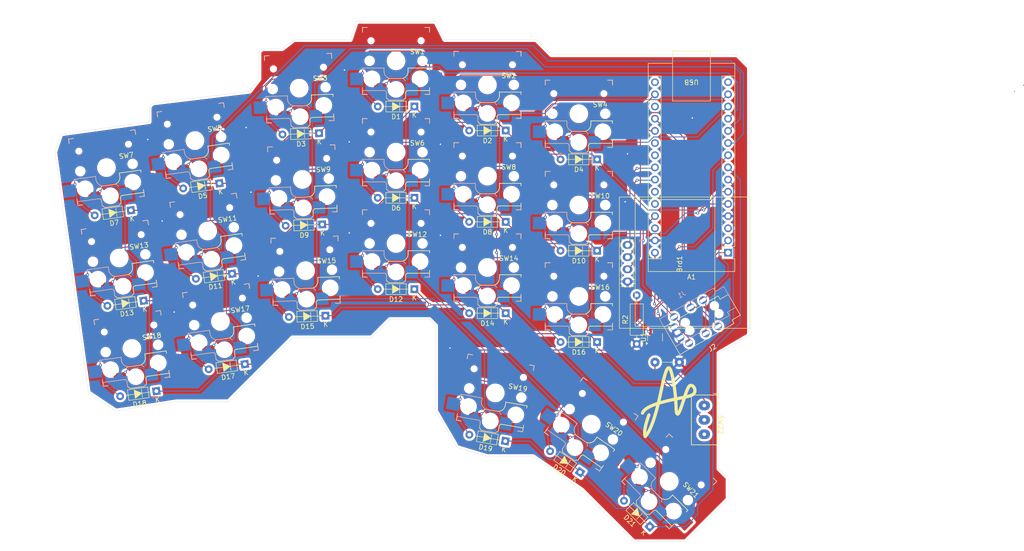
<source format=kicad_pcb>
(kicad_pcb (version 20241229) (generator "pcbnew") (generator_version "9.0")
  (layers (0 "F.Cu" signal) (2 "B.Cu" signal) (13 "F.Paste" user) (15 "B.Paste" user) (5 "F.SilkS" user "F.Silkscreen") (7 "B.SilkS" user "B.Silkscreen") (1 "F.Mask" user) (3 "B.Mask" user) (25 "Edge.Cuts" user))
  (net 0 "")
  (net 1 "TX")
  (net 4 "/Row3")
  (net 5 "/Col5")
  (net 6 "SCL")
  (net 8 "SDA")
  (net 9 "/Col1")
  (net 10 "/Col6")
  (net 12 "/Row2")
  (net 14 "/Col3")
  (net 15 "/Col2")
  (net 18 "/Col4")
  (net 19 "/Row4")
  (net 20 "+5V")
  (net 22 "/Row1")
  (net 23 "RX")
  (net 25 "VBUS")
  (net 26 "VCC")
  (net 27 "GND")
  (net 28 "Net-(D1-A)")
  (net 29 "Net-(D2-A)")
  (net 30 "Net-(D3-A)")
  (net 31 "Net-(D4-A)")
  (net 32 "Net-(D5-A)")
  (net 33 "Net-(D6-A)")
  (net 34 "Net-(D7-A)")
  (net 35 "Net-(D8-A)")
  (net 36 "Net-(D9-A)")
  (net 37 "Net-(D10-A)")
  (net 38 "Net-(D11-A)")
  (net 39 "Net-(D12-A)")
  (net 40 "Net-(D13-A)")
  (net 41 "Net-(D14-A)")
  (net 42 "Net-(D15-A)")
  (net 43 "Net-(D16-A)")
  (net 44 "Net-(D17-A)")
  (net 45 "Net-(D18-A)")
  (net 46 "Net-(D19-A)")
  (net 47 "Net-(D20-A)")
  (net 48 "Net-(D21-A)")
  (net 49 "Net-(U1-PROG)")
  (net 50 "Net-(BT1-+)")
  (net 51 "/charging")
  (net 52 "/finished")
  (net 53 "Net-(U1-BAT)")
  (footprint "PCM_SL_Devices:Slide_Switch_SPDT_P3mm_10x5x10mm" (layer "F.Cu") (at 159.5 110 -90)
    (property "Reference" "SW22")
    (property "Value" "Slide_Switch_SPDT_P3mm_10x5x10mm")
  )
  (footprint "keyswitches:Kailh_socket_PG1350_reversible" (layer "F.Cu") (at 133.349999 68.178947)
    (property "Reference" "SW10")
    (property "Value" "KS33_SW_HS")
  )
  (footprint "Package_TO_SOT_SMD:TSOT-23-6" (layer "F.Cu") (at 149.225 95.7525 90)
    (property "Reference" "U1")
    (property "Value" "TP4057")
  )
  (footprint "PCM_Diode_THT_AKL:D_DO-35_SOD27_P7.62mm_Horizontal" (layer "F.Cu") (at 137.159999 58.653947 180)
    (property "Reference" "D4")
    (property "Value" "1N4148" (hide yes))
  )
  (footprint "Resistor_THT:R_Axial_DIN0207_L6.3mm_D2.5mm_P10.16mm_Horizontal" (layer "F.Cu") (at 145.415 97.155 90)
    (property "Reference" "R2")
    (property "Value" "2.2k")
  )
  (footprint "PCM_Diode_THT_AKL:D_DO-35_SOD27_P7.62mm_Horizontal" (layer "F.Cu") (at 99.059999 66.675 180)
    (property "Reference" "D6")
    (property "Value" "1N4148" (hide yes))
  )
  (footprint "PCM_Diode_THT_AKL:D_DO-35_SOD27_P7.62mm_Horizontal" (layer "F.Cu") (at 45.290825 107.001102 -172)
    (property "Reference" "D18")
    (property "Value" "1N4148" (hide yes))
  )
  (footprint "PCM_Diode_THT_AKL:D_DO-35_SOD27_P7.62mm_Horizontal" (layer "F.Cu") (at 80.526656 91.261169 -178)
    (property "Reference" "D15")
    (property "Value" "1N4148" (hide yes))
  )
  (footprint "keyswitches:Kailh_socket_PG1350_reversible" (layer "F.Cu") (at 152.188959 125.835329 -45)
    (property "Reference" "SW21")
    (property "Value" "KS33_SW_HS")
  )
  (footprint "keyswitches:Kailh_socket_PG1350_reversible" (layer "F.Cu") (at 133.349999 49.128947)
    (property "Reference" "SW4")
    (property "Value" "KS33_SW_HS")
  )
  (footprint "PCM_Diode_THT_AKL:D_DO-35_SOD27_P7.62mm_Horizontal" (layer "F.Cu") (at 99.059999 85.725 180)
    (property "Reference" "D12")
    (property "Value" "1N4148" (hide yes))
  )
  (footprint "keyswitches:Kailh_socket_PG1350_reversible" (layer "F.Cu") (at 53.335773 54.739966 8)
    (property "Reference" "SW5")
    (property "Value" "KS33_SW_HS")
  )
  (footprint "keyswitches:Kailh_socket_PG1350_reversible" (layer "F.Cu") (at 95.249999 76.2)
    (property "Reference" "SW12")
    (property "Value" "KS33_SW_HS")
  )
  (footprint "keyswitches:Kailh_socket_PG1350_reversible" (layer "F.Cu") (at 95.249999 57.15)
    (property "Reference" "SW6")
    (property "Value" "KS33_SW_HS")
  )
  (footprint "PCM_Diode_THT_AKL:D_DO-35_SOD27_P7.62mm_Horizontal" (layer "F.Cu") (at 118.109999 52.638158 180)
    (property "Reference" "D2")
    (property "Value" "1N4148" (hide yes))
  )
  (footprint "keyswitches:Kailh_socket_PG1350_reversible" (layer "F.Cu") (at 115.931051 107.381442 -10)
    (property "Reference" "SW19")
    (property "Value" "KS33_SW_HS")
  )
  (footprint "PCM_SL_Jumpers:JUP_P5.08mm" (layer "F.Cu") (at 151.765 100.965)
    (property "Reference" "JP1" (hide yes))
    (property "Value" "JUP_P5.08mm")
  )
  (footprint "PCM_Diode_THT_AKL:D_DO-35_SOD27_P7.62mm_Horizontal" (layer "F.Cu") (at 63.736813 101.371232 -172)
    (property "Reference" "D17")
    (property "Value" "1N4148" (hide yes))
  )
  (footprint "PCM_Diode_THT_AKL:D_DO-35_SOD27_P7.62mm_Horizontal" (layer "F.Cu") (at 79.861821 72.222774 -178)
    (property "Reference" "D9")
    (property "Value" "1N4148" (hide yes))
  )
  (footprint "PCM_Diode_THT_AKL:D_DO-35_SOD27_P7.62mm_Horizontal" (layer "F.Cu") (at 137.159999 96.753947 180)
    (property "Reference" "D16")
    (property "Value" "1N4148" (hide yes))
  )
  (footprint "keyswitches:Kailh_socket_PG1350_reversible" (layer "F.Cu") (at 114.299999 81.213158)
    (property "Reference" "SW14")
    (property "Value" "KS33_SW_HS")
  )
  (footprint "Module:Arduino_Nano" (layer "F.Cu") (at 164.455 78.105 180)
    (property "Reference" "A1")
    (property "Value" "Arduino_Nano_ESP32")
  )
  (footprint "keyswitches:Kailh_socket_PG1350_reversible" (layer "F.Cu") (at 133.349999 87.228947)
    (property "Reference" "SW16")
    (property "Value" "KS33_SW_HS")
  )
  (footprint "keyswitches:Kailh_socket_PG1350_reversible" (layer "F.Cu") (at 58.638268 92.469179 8)
    (property "Reference" "SW17")
    (property "Value" "KS33_SW_HS")
  )
  (footprint "keyswitches:Kailh_socket_PG1350_reversible" (layer "F.Cu") (at 75.721725 62.836544 2)
    (property "Reference" "SW9")
    (property "Value" "KS33_SW_HS")
  )
  (footprint "keyswitches:Kailh_socket_PG1350_reversible" (layer "F.Cu") (at 135.947926 113.918581 -35)
    (property "Reference" "SW20")
    (property "Value" "KS33_SW_HS")
  )
  (footprint "keyswitches:Kailh_socket_PG1350_reversible" (layer "F.Cu") (at 40.19228 98.099049 8)
    (property "Reference" "SW18")
    (property "Value" "KS33_SW_HS")
  )
  (footprint "keyswitches:Kailh_socket_PG1350_reversible" (layer "F.Cu") (at 75.05689 43.798149 2)
    (property "Reference" "SW3")
    (property "Value" "KS33_SW_HS")
  )
  (footprint "PCM_Diode_THT_AKL:D_DO-35_SOD27_P7.62mm_Horizontal" (layer "F.Cu") (at 42.639577 88.136495 -172)
    (property "Reference" "D13")
    (property "Value" "1N4148" (hide yes))
  )
  (footprint "keyswitches:Kailh_socket_PG1350_reversible" (layer "F.Cu") (at 55.987021 73.604572 8)
    (property "Reference" "SW11")
    (property "Value" "KS33_SW_HS")
  )
  (footprint "PJ-320A_Library:PJ-320A" (layer "F.Cu") (at 166.862691 90.898624 -150)
    (property "Reference" "J2")
    (property "Value" "AudioJack4")
  )
  (footprint "PCM_Diode_THT_AKL:D_DO-35_SOD27_P7.62mm_Horizontal" (layer "F.Cu") (at 79.196986 53.184379 -178)
    (property "Reference" "D3")
    (property "Value" "1N4148" (hide yes))
  )
  (footprint "PCM_Diode_THT_AKL:D_DO-35_SOD27_P7.62mm_Horizontal" (layer "F.Cu") (at 99.059999 47.625 180)
    (property "Reference" "D1")
    (property "Value" "1N4148" (hide yes))
  )
  (footprint "SSD1306:128x64OLED" (layer "F.Cu") (at 154.1 80.5 90)
    (property "Reference" "Brd1")
    (property "Value" "SSD1306")
  )
  (footprint "PCM_Diode_THT_AKL:D_DO-35_SOD27_P7.62mm_Horizontal" (layer "F.Cu") (at 137.159999 77.703947 180)
    (property "Reference" "D10")
    (property "Value" "1N4148" (hide yes))
  )
  (footprint "PCM_Diode_THT_AKL:D_DO-35_SOD27_P7.62mm_Horizontal" (layer "F.Cu") (at 39.98833 69.271888 -172)
    (property "Reference" "D7")
    (property "Value" "1N4148" (hide yes))
  )
  (footprint "keyswitches:Kailh_socket_PG1350_reversible" (layer "F.Cu") (at 34.889785 60.369835 8)
    (property "Reference" "SW7")
    (property "Value" "KS33_SW_HS")
  )
  (footprint "keyswitches:Kailh_socket_PG1350_reversible" (layer "F.Cu") (at 114.299999 62.163158)
    (property "Reference" "SW8")
    (property "Value" "KS33_SW_HS")
  )
  (footprint "keyswitches:Kailh_socket_PG1350_reversible" (layer "F.Cu") (at 37.541032 79.234442 8)
    (property "Reference" "SW13")
    (property "Value" "KS33_SW_HS")
  )
  (footprint "PCM_Diode_THT_AKL:D_DO-35_SOD27_P7.62mm_Horizontal" (layer "F.Cu") (at 133.60558 123.90633 145)
    (property "Reference" "D20")
    (property "Value" "1N4148" (hide yes))
  )
  (footprint "PCM_Diode_THT_AKL:D_DO-35_SOD27_P7.62mm_Horizontal" (layer "F.Cu") (at 118.109999 71.688158 180)
    (property "Reference" "D8")
    (property "Value" "1N4148" (hide yes))
  )
  (footprint "PCM_Diode_THT_AKL:D_DO-35_SOD27_P7.62mm_Horizontal" (layer "F.Cu") (at 118.029169 117.423335 170)
    (property "Reference" "D19")
    (property "Value" "1N4148" (hide yes))
  )
  (footprint "PCM_Diode_THT_AKL:D_DO-35_SOD27_P7.62mm_Horizontal" (layer "F.Cu") (at 61.085566 82.506625 -172)
    (property "Reference" "D11")
    (property "Value" "1N4148" (hide yes))
  )
  (footprint "PCM_Diode_THT_AKL:D_DO-35_SOD27_P7.62mm_Horizontal" (layer "F.Cu") (at 58.434318 63.642019 -172)
    (property "Reference" "D5")
    (property "Value" "1N4148" (hide yes))
  )
  (footprint "keyswitches:Kailh_socket_PG1350_reversible" (layer "F.Cu") (at 95.249999 38.1)
    (property "Reference" "SW1")
    (property "Value" "KS33_SW_HS")
  )
  (footprint "keyswitches:Kailh_socket_PG1350_reversible" (layer "F.Cu") (at 114.299999 43.113158)
    (property "Reference" "SW2")
    (property "Value" "KS33_SW_HS")
  )
  (footprint "PCM_Diode_THT_AKL:D_DO-35_SOD27_P7.62mm_Horizontal" (layer "F.Cu") (at 148.147844 135.264597 135)
    (property "Reference" "D21")
    (property "Value" "1N4148" (hide yes))
  )
  (footprint "PCM_Diode_THT_AKL:D_DO-35_SOD27_P7.62mm_Horizontal" (layer "F.Cu") (at 118.109999 90.738158 180)
    (property "Reference" "D14")
    (property "Value" "1N4148" (hide yes))
  )
  (footprint "keyswitches:Kailh_socket_PG1350_reversible" (layer "F.Cu") (at 76.38656 81.874939 2)
    (property "Reference" "SW15")
    (property "Value" "KS33_SW_HS")
  )
  (footprint "PJ-320A_Library:PJ-320A" (layer "B.Cu") (at 163.710191 85.438334 -150)
    (property "Reference" "J1")
    (property "Value" "AudioJack4")
  )
  (gr_curve (pts (xy 224.155 44.45) (xy 224.155 44.45) (xy 224.155 44.45) (xy 224.155 44.45)) (stroke (width 0.2)) (layer "F.Cu"))
  (gr_curve (pts (xy 226.06 43.18) (xy 226.06 43.18) (xy 226.06 43.18) (xy 226.06 43.18)) (stroke (width 0.2)) (layer "F.Cu"))
  (gr_curve (pts (xy 149.597533 110.811734) (xy 150.833666 106.324372) (xy 151.731132 98.535038) (xy 152.865666 104.004505)) (stroke (width 0.677333) (color 153 153 153 1)) (layer "F.SilkS"))
  (gr_curve (pts (xy 152.865666 104.004505) (xy 154.000199 109.474) (xy 153.339799 111.793867) (xy 153.949399 111.76)) (stroke (width 0.677333) (color 153 153 153 1)) (layer "F.SilkS"))
  (gr_curve (pts (xy 153.949399 111.76) (xy 154.559 111.726133) (xy 155.659667 106.476772) (xy 156.421666 105.901039)) (stroke (width 0.677333) (color 153 153 153 1)) (layer "F.SilkS"))
  (gr_curve (pts (xy 147.954999 111.963202) (xy 147.1422 114.187111) (xy 146.888199 115.682888) (xy 147.192999 116.450532)) (stroke (width 0.677333) (color 153 153 153 1)) (layer "F.SilkS"))
  (gr_curve (pts (xy 156.421666 105.901039) (xy 157.183666 105.325305) (xy 158.301267 107.221839) (xy 156.845 107.865305)) (stroke (width 0.677333) (color 153 153 153 1)) (layer "F.SilkS"))
  (gr_curve (pts (xy 156.845 107.865305) (xy 155.388732 108.508773) (xy 147.514733 109.2708) (xy 146.617266 111.573733)) (stroke (width 0.677333) (color 153 153 153 1)) (layer "F.SilkS"))
  (gr_curve (pts (xy 147.192999 116.450532) (xy 147.971932 115.682888) (xy 148.773444 113.803289) (xy 149.597533 110.811734)) (stroke (width 0.677333) (color 153 153 153 1)) (layer "F.SilkS"))
  (gr_line (start 49.53 109.22) (end 36.83 111.125) (stroke (width 0.05)) (layer "Edge.Cuts"))
  (gr_line (start 144.78 138.43) (end 133.985 127.635) (stroke (width 0.05)) (layer "Edge.Cuts"))
  (gr_line (start 86.995 29.845) (end 103.505 29.845) (stroke (width 0.05)) (layer "Edge.Cuts"))
  (gr_line (start 162.56 123.19) (end 162.56 99.06) (stroke (width 0.05)) (layer "Edge.Cuts"))
  (gr_line (start 43.815 50.8) (end 43.815 47.625) (stroke (width 0.05)) (layer "Edge.Cuts"))
  (gr_line (start 164.465 125.095) (end 162.56 123.19) (stroke (width 0.05)) (layer "Edge.Cuts"))
  (gr_line (start 103.505 93.345) (end 102.235 92.075) (stroke (width 0.05)) (layer "Edge.Cuts"))
  (gr_line (start 25.4 53.34) (end 43.815 50.8) (stroke (width 0.05)) (layer "Edge.Cuts"))
  (gr_line (start 164.465 129.54) (end 164.465 125.095) (stroke (width 0.05)) (layer "Edge.Cuts"))
  (gr_line (start 24.13 57.15) (end 25.4 53.34) (stroke (width 0.05)) (layer "Edge.Cuts"))
  (gr_line (start 105.41 33.655) (end 124.46 33.655) (stroke (width 0.05)) (layer "Edge.Cuts"))
  (gr_line (start 67.31 35.56) (end 71.516834 35.56) (stroke (width 0.05)) (layer "Edge.Cuts"))
  (gr_line (start 90.17 95.885) (end 73.66 95.885) (stroke (width 0.05)) (layer "Edge.Cuts"))
  (gr_line (start 85.725 33.655) (end 86.995 29.845) (stroke (width 0.05)) (layer "Edge.Cuts"))
  (gr_line (start 168.91 39.37) (end 168.91 95.352526) (stroke (width 0.05)) (layer "Edge.Cuts"))
  (gr_line (start 124.46 33.655) (end 127.635 36.83) (stroke (width 0.05)) (layer "Edge.Cuts"))
  (gr_line (start 49.53 109.22) (end 60.325 109.22) (stroke (width 0.05)) (layer "Edge.Cuts"))
  (gr_line (start 66.675 41.91) (end 66.675 36.195) (stroke (width 0.05)) (layer "Edge.Cuts"))
  (gr_line (start 103.505 111.125) (end 103.505 93.345) (stroke (width 0.05)) (layer "Edge.Cuts"))
  (gr_line (start 147.955 138.43) (end 144.78 138.43) (stroke (width 0.05)) (layer "Edge.Cuts"))
  (gr_line (start 155.575 138.43) (end 147.955 138.43) (stroke (width 0.05)) (layer "Edge.Cuts"))
  (gr_line (start 133.985 127.635) (end 123.825 120.65) (stroke (width 0.05)) (layer "Edge.Cuts"))
  (gr_line (start 107.95 118.745) (end 103.505 111.125) (stroke (width 0.05)) (layer "Edge.Cuts"))
  (gr_line (start 166.37 36.83) (end 168.91 39.37) (stroke (width 0.05)) (layer "Edge.Cuts"))
  (gr_line (start 114.3 120.65) (end 107.95 118.745) (stroke (width 0.05)) (layer "Edge.Cuts"))
  (gr_line (start 162.56 99.06) (end 168.91 95.352526) (stroke (width 0.05)) (layer "Edge.Cuts"))
  (gr_line (start 43.815 47.625) (end 44.45 46.912893) (stroke (width 0.05)) (layer "Edge.Cuts"))
  (gr_line (start 66.675 36.195) (end 67.31 35.56) (stroke (width 0.05)) (layer "Edge.Cuts"))
  (gr_line (start 102.235 92.075) (end 93.98 92.075) (stroke (width 0.05)) (layer "Edge.Cuts"))
  (gr_line (start 73.66 95.885) (end 60.325 109.22) (stroke (width 0.05)) (layer "Edge.Cuts"))
  (gr_line (start 123.825 120.65) (end 114.3 120.65) (stroke (width 0.05)) (layer "Edge.Cuts"))
  (gr_line (start 164.465 129.54) (end 155.575 138.43) (stroke (width 0.05)) (layer "Edge.Cuts"))
  (gr_line (start 36.83 111.125) (end 31.115 107.315) (stroke (width 0.05)) (layer "Edge.Cuts"))
  (gr_line (start 103.505 29.845) (end 105.41 33.655) (stroke (width 0.05)) (layer "Edge.Cuts"))
  (gr_line (start 71.516834 35.56) (end 73.9775 33.655) (stroke (width 0.05)) (layer "Edge.Cuts"))
  (gr_line (start 31.115 107.315) (end 24.13 57.15) (stroke (width 0.05)) (layer "Edge.Cuts"))
  (gr_line (start 93.98 92.075) (end 90.17 95.885) (stroke (width 0.05)) (layer "Edge.Cuts"))
  (gr_line (start 166.37 36.83) (end 127.635 36.83) (stroke (width 0.05)) (layer "Edge.Cuts"))
  (gr_line (start 64.732647 44.45) (end 66.675 41.91) (stroke (width 0.05)) (layer "Edge.Cuts"))
  (gr_line (start 73.9775 33.655) (end 85.725 33.655) (stroke (width 0.05)) (layer "Edge.Cuts"))
  (gr_line (start 64.732647 44.45) (end 44.45 46.912893) (stroke (width 0.05)) (layer "Edge.Cuts"))
  (segment (start 162.3688 78.105) (end 156.652084 83.821716) (width 0.2) (layer "F.Cu") (net 1))
  (segment (start 164.455 78.105) (end 162.3688 78.105) (width 0.2) (layer "F.Cu") (net 1))
  (segment (start 156.652084 83.821716) (end 156.652084 89.513334) (width 0.2) (layer "F.Cu") (net 1))
  (segment (start 156.652084 89.513334) (end 158.44237 89.513334) (width 0.2) (layer "F.Cu") (net 1))
  (segment (start 158.44237 89.513334) (end 162.40266 93.473624) (width 0.2) (layer "F.Cu") (net 1))
  (segment (start 135.435999 95.029947) (end 137.159999 96.753947) (width 0.2) (layer "F.Cu") (net 4))
  (segment (start 116.385999 89.014158) (end 118.109999 90.738158) (width 0.2) (layer "F.Cu") (net 4))
  (segment (start 102.349157 89.014158) (end 116.385999 89.014158) (width 0.2) (layer "F.Cu") (net 4))
  (segment (start 99.059999 85.725) (end 102.349157 89.014158) (width 0.2) (layer "F.Cu") (net 4))
  (segment (start 122.401788 95.029947) (end 135.435999 95.029947) (width 0.2) (layer "F.Cu") (net 4))
  (segment (start 64.998768 101.371232) (end 75.108831 91.261169) (width 0.2) (layer "F.Cu") (net 4))
  (segment (start 63.736813 101.371232) (end 64.998768 101.371232) (width 0.2) (layer "F.Cu") (net 4))
  (segment (start 118.109999 90.738158) (end 122.401788 95.029947) (width 0.2) (layer "F.Cu") (net 4))
  (segment (start 75.108831 91.261169) (end 80.526656 91.261169) (width 0.2) (layer "F.Cu") (net 4))
  (via (at 102.235 88.9) (size 0.6) (drill 0.3) (layers "F.Cu" "B.Cu") (net 4))
  (segment (start 101.6 89.535) (end 102.235 88.9) (width 0.2) (layer "B.Cu") (net 4))
  (segment (start 82.093831 91.261169) (end 83.82 89.535) (width 0.2) (layer "B.Cu") (net 4))
  (segment (start 153.035 105.41) (end 144.78 105.41) (width 0.2) (layer "B.Cu") (net 4))
  (segment (start 83.82 89.535) (end 101.6 89.535) (width 0.2) (layer "B.Cu") (net 4))
  (segment (start 137.159999 97.789999) (end 137.159999 96.753947) (width 0.2) (layer "B.Cu") (net 4))
  (segment (start 165.556 63.966) (end 165.556 92.889) (width 0.2) (layer "B.Cu") (net 4))
  (segment (start 144.78 105.41) (end 137.159999 97.789999) (width 0.2) (layer "B.Cu") (net 4))
  (segment (start 80.526656 91.261169) (end 82.093831 91.261169) (width 0.2) (layer "B.Cu") (net 4))
  (segment (start 164.455 62.865) (end 165.556 63.966) (width 0.2) (layer "B.Cu") (net 4))
  (segment (start 45.290825 107.001102) (end 54.288898 107.001102) (width 0.2) (layer "B.Cu") (net 4))
  (segment (start 54.288898 107.001102) (end 59.918768 101.371232) (width 0.2) (layer "B.Cu") (net 4))
  (segment (start 59.918768 101.371232) (end 63.736813 101.371232) (width 0.2) (layer "B.Cu") (net 4))
  (segment (start 165.556 92.889) (end 153.035 105.41) (width 0.2) (layer "B.Cu") (net 4))
  (segment (start 116.205 74.295) (end 116.205 78.105) (width 0.2) (layer "F.Cu") (net 5))
  (via (at 112.249789 85.951717) (size 0.6) (drill 0.3) (layers "F.Cu" "B.Cu") (net 5))
  (via (at 112.249789 47.851717) (size 0.6) (drill 0.3) (layers "F.Cu" "B.Cu") (net 5))
  (via (at 116.205 78.105) (size 0.6) (drill 0.3) (layers "F.Cu" "B.Cu") (net 5))
  (via (at 112.249789 66.901717) (size 0.6) (drill 0.3) (layers "F.Cu" "B.Cu") (net 5))
  (via (at 116.205 74.295) (size 0.6) (drill 0.3) (layers "F.Cu" "B.Cu") (net 5))
  (via (at 147.388574 127.736279) (size 0.6) (drill 0.3) (layers "F.Cu" "B.Cu") (net 5))
  (segment (start 117.574999 87.163158) (end 115.723999 85.312158) (width 0.2) (layer "B.Cu") (net 5))
  (segment (start 112.889348 85.312158) (end 112.249789 85.951717) (width 0.2) (layer "B.Cu") (net 5))
  (segment (start 126.216045 49.063158) (end 129.093203 46.186) (width 0.2) (layer "B.Cu") (net 5))
  (segment (start 116.84 49.798157) (end 116.84 67.378159) (width 0.2) (layer "B.Cu") (net 5))
  (segment (start 115.723999 66.262158) (end 112.889348 66.262158) (width 0.2) (layer "B.Cu") (net 5))
  (segment (start 117.574999 49.063158) (end 115.723999 47.212158) (width 0.2) (layer "B.Cu") (net 5))
  (segment (start 129.093203 46.186) (end 163.354 46.186) (width 0.2) (layer "B.Cu") (net 5))
  (segment (start 116.365499 84.670658) (end 115.723999 85.312158) (width 0.2) (layer "B.Cu") (net 5))
  (segment (start 116.365499 78.265499) (end 116.205 78.105) (width 0.2) (layer "B.Cu") (net 5))
  (segment (start 117.574999 68.113158) (end 115.723999 66.262158) (width 0.2) (layer "B.Cu") (net 5))
  (segment (start 150.123459 132.1844) (end 150.297448 132.358389) (width 0.2) (layer "B.Cu") (net 5))
  (segment (start 116.84 67.378159) (end 117.574999 68.113158) (width 0.2) (layer "B.Cu") (net 5))
  (segment (start 116.365499 84.670658) (end 116.365499 78.265499) (width 0.2) (layer "B.Cu") (net 5))
  (segment (start 115.723999 47.212158) (end 112.889348 47.212158) (width 0.2) (layer "B.Cu") (net 5))
  (segment (start 116.205 69.483157) (end 116.205 74.295) (width 0.2) (layer "B.Cu") (net 5))
  (segment (start 150.297448 132.358389) (end 150.297448 129.74068) (width 0.2) (layer "B.Cu") (net 5))
  (segment (start 150.297448 129.74068) (end 148.293047 127.736279) (width 0.2) (layer "B.Cu") (net 5))
  (segment (start 148.293047 127.736279) (end 147.388574 127.736279) (width 0.2) (layer "B.Cu") (net 5))
  (segment (start 112.889348 66.262158) (end 112.249789 66.901717) (width 0.2) (layer "B.Cu") (net 5))
  (segment (start 117.574999 87.163158) (end 150.123459 119.711618) (width 0.2) (layer "B.Cu") (net 5))
  (segment (start 117.574999 49.063158) (end 126.216045 49.063158) (width 0.2) (layer "B.Cu") (net 5))
  (segment (start 150.123459 119.711618) (end 150.123459 132.1844) (width 0.2) (layer "B.Cu") (net 5))
  (segment (start 117.574999 68.113158) (end 116.205 69.483157) (width 0.2) (layer "B.Cu") (net 5))
  (segment (start 112.889348 47.212158) (end 112.249789 47.851717) (width 0.2) (layer "B.Cu") (net 5))
  (segment (start 163.354 46.186) (end 164.455 45.085) (width 0.2) (layer "B.Cu") (net 5))
  (segment (start 117.574999 49.063158) (end 116.84 49.798157) (width 0.2) (layer "B.Cu") (net 5))
  (segment (start 115.723999 85.312158) (end 112.889348 85.312158) (width 0.2) (layer "B.Cu") (net 5))
  (segment (start 145 77.54) (end 145 65) (width 0.2) (layer "F.Cu") (net 6))
  (segment (start 145 63.5) (end 145.5 63) (width 0.2) (layer "F.Cu") (net 6))
  (segment (start 143.5 79.04) (end 145 77.54) (width 0.2) (layer "F.Cu") (net 6))
  (segment (start 145 65) (end 145 63.5) (width 0.2) (layer "F.Cu") (net 6))
  (via (at 145.5 63) (size 0.6) (drill 0.3) (layers "F.Cu" "B.Cu") (net 6))
  (segment (start 145.5 63) (end 149.08 63) (width 0.2) (layer "B.Cu") (net 6))
  (segment (start 149.08 63) (end 149.215 62.865) (width 0.2) (layer "B.Cu") (net 6))
  (segment (start 144 76) (end 144 67) (width 0.2) (layer "F.Cu") (net 8))
  (segment (start 144 67) (end 144 66.5) (width 0.2) (layer "F.Cu") (net 8))
  (segment (start 143.5 76.5) (end 144 76) (width 0.2) (layer "F.Cu") (net 8))
  (segment (start 144 62) (end 145.5 60.5) (width 0.2) (layer "F.Cu") (net 8))
  (segment (start 144 67) (end 144 62) (width 0.2) (layer "F.Cu") (net 8))
  (via (at 145.5 60.5) (size 0.6) (drill 0.3) (layers "F.Cu" "B.Cu") (net 8))
  (segment (start 149.04 60.5) (end 149.215 60.325) (width 0.2) (layer "B.Cu") (net 8))
  (segment (start 145.5 60.5) (end 149.04 60.5) (width 0.2) (layer "B.Cu") (net 8))
  (segment (start 153.67 77.504601) (end 153.67 78.105) (width 0.2) (layer "F.Cu") (net 9))
  (segment (start 140.335 98.425) (end 111.76 98.425) (width 0.2) (layer "F.Cu") (net 9))
  (segment (start 154.305 76.869601) (end 153.67 77.504601) (width 0.2) (layer "F.Cu") (net 9))
  (segment (start 89.535 94.615) (end 73.66 94.615) (width 0.2) (layer "F.Cu") (net 9))
  (segment (start 93.345 90.805) (end 89.535 94.615) (width 0.2) (layer "F.Cu") (net 9))
  (segment (start 111.76 98.425) (end 104.14 90.805) (width 0.2) (layer "F.Cu") (net 9))
  (segment (start 41.535951 108.205655) (end 37.777232 104.446936) (width 0.2) (layer "F.Cu") (net 9))
  (segment (start 60.069345 108.205655) (end 41.535951 108.205655) (width 0.2) (layer "F.Cu") (net 9))
  (segment (start 153.67 78.105) (end 151.247 80.528) (width 0.2) (layer "F.Cu") (net 9))
  (segment (start 151.247 80.528) (end 151.247 87.513) (width 0.2) (layer "F.Cu") (net 9))
  (segment (start 73.66 94.615) (end 60.069345 108.205655) (width 0.2) (layer "F.Cu") (net 9))
  (segment (start 104.14 90.805) (end 93.345 90.805) (width 0.2) (layer "F.Cu") (net 9))
  (segment (start 151.247 87.513) (end 140.335 98.425) (width 0.2) (layer "F.Cu") (net 9))
  (via (at 36.170254 84.21222) (size 0.6) (drill 0.3) (layers "F.Cu" "B.Cu") (net 9))
  (via (at 33.519007 65.347613) (size 0.6) (drill 0.3) (layers "F.Cu" "B.Cu") (net 9))
  (via (at 38.821502 103.076827) (size 0.6) (drill 0.3) (layers "F.Cu" "B.Cu") (net 9))
  (via (at 154.305 76.869601) (size 0.6) (drill 0.3) (layers "F.Cu" "B.Cu") (net 9))
  (segment (start 39.365828 102.354482) (end 38.821502 103.076827) (width 0.2) (layer "B.Cu") (net 9))
  (segment (start 43.814519 100.34998) (end 43.814519 103.086383) (width 0.2) (layer "B.Cu") (net 9))
  (segment (start 38.960993 65.806138) (end 38.783777 65.983354) (width 0.2) (layer "B.Cu") (net 9))
  (segment (start 41.163271 79.898271) (end 41.163271 84.221776) (width 0.2) (layer "B.Cu") (net 9))
  (segment (start 38.783777 77.518777) (end 41.163271 79.898271) (width 0.2) (layer "B.Cu") (net 9))
  (segment (start 34.063333 64.625268) (end 33.519007 65.347613) (width 0.2) (layer "B.Cu") (net 9))
  (segment (start 43.84413 100.320369) (end 43.814519 100.34998) (width 0.2) (layer "B.Cu") (net 9))
  (segment (start 38.783777 65.983354) (end 38.783777 77.518777) (width 0.2) (layer "B.Cu") (net 9))
  (segment (start 41.61224 84.670745) (end 43.84413 86.902635) (width 0.2) (layer "B.Cu") (net 9))
  (segment (start 41.61224 84.670745) (end 39.521644 83.095368) (width 0.2) (layer "B.Cu") (net 9))
  (segment (start 43.814519 103.086383) (end 44.263488 103.535352) (width 0.2) (layer "B.Cu") (net 9))
  (segment (start 36.71458 83.489875) (end 36.170254 84.21222) (width 0.2) (layer "B.Cu") (net 9))
  (segment (start 36.870397 64.230761) (end 34.063333 64.625268) (width 0.2) (layer "B.Cu") (net 9))
  (segment (start 44.263488 103.535352) (end 42.172892 101.959975) (width 0.2) (layer "B.Cu") (net 9))
  (segment (start 157.445399 76.869601) (end 161.29 73.025) (width 0.2) (layer "B.Cu") (net 9))
  (segment (start 41.163271 84.221776) (end 41.61224 84.670745) (width 0.2) (layer "B.Cu") (net 9))
  (segment (start 154.305 76.869601) (end 157.445399 76.869601) (width 0.2) (layer "B.Cu") (net 9))
  (segment (start 161.29 60.95) (end 164.455 57.785) (width 0.2) (layer "B.Cu") (net 9))
  (segment (start 161.29 73.025) (end 161.29 60.95) (width 0.2) (layer "B.Cu") (net 9))
  (segment (start 42.172892 101.959975) (end 39.365828 102.354482) (width 0.2) (layer "B.Cu") (net 9))
  (segment (start 43.84413 86.902635) (end 43.84413 100.320369) (width 0.2) (layer "B.Cu") (net 9))
  (segment (start 39.521644 83.095368) (end 36.71458 83.489875) (width 0.2) (layer "B.Cu") (net 9))
  (segment (start 38.960993 65.806138) (end 36.870397 64.230761) (width 0.2) (layer "B.Cu") (net 9))
  (via (at 131.299789 91.967506) (size 0.6) (drill 0.3) (layers "F.Cu" "B.Cu") (net 10))
  (via (at 131.299789 53.867506) (size 0.6) (drill 0.3) (layers "F.Cu" "B.Cu") (net 10))
  (via (at 131.299789 72.917506) (size 0.6) (drill 0.3) (layers "F.Cu" "B.Cu") (net 10))
  (segment (start 136.624999 55.078947) (end 147.824003 55.078947) (width 0.2) (layer "B.Cu") (net 10))
  (segment (start 136.058999 92.612947) (end 136.624999 93.178947) (width 0.2) (layer "B.Cu") (net 10))
  (segment (start 148.92795 53.975) (end 158.105 53.975) (width 0.2) (layer "B.Cu") (net 10))
  (segment (start 136.058999 74.694947) (end 136.058999 92.612947) (width 0.2) (layer "B.Cu") (net 10))
  (segment (start 136.624999 93.178947) (end 134.773999 91.327947) (width 0.2) (layer "B.Cu") (net 10))
  (segment (start 136.058999 73.562947) (end 136.624999 74.128947) (width 0.2) (layer "B.Cu") (net 10))
  (segment (start 136.624999 55.078947) (end 134.773999 53.227947) (width 0.2) (layer "B.Cu") (net 10))
  (segment (start 136.624999 74.128947) (end 136.058999 74.694947) (width 0.2) (layer "B.Cu") (net 10))
  (segment (start 136.058999 55.644947) (end 136.058999 73.562947) (width 0.2) (layer "B.Cu") (net 10))
  (segment (start 134.773999 72.277947) (end 131.939348 72.277947) (width 0.2) (layer "B.Cu") (net 10))
  (segment (start 131.939348 53.227947) (end 131.299789 53.867506) (width 0.2) (layer "B.Cu") (net 10))
  (segment (start 136.624999 55.078947) (end 136.058999 55.644947) (width 0.2) (layer "B.Cu") (net 10))
  (segment (start 158.105 53.975) (end 164.455 47.625) (width 0.2) (layer "B.Cu") (net 10))
  (segment (start 134.773999 91.327947) (end 131.939348 91.327947) (width 0.2) (layer "B.Cu") (net 10))
  (segment (start 147.824003 55.078947) (end 148.92795 53.975) (width 0.2) (layer "B.Cu") (net 10))
  (segment (start 136.624999 74.128947) (end 134.773999 72.277947) (width 0.2) (layer "B.Cu") (net 10))
  (segment (start 131.939348 91.327947) (end 131.299789 91.967506) (width 0.2) (layer "B.Cu") (net 10))
  (segment (start 134.773999 53.227947) (end 131.939348 53.227947) (width 0.2) (layer "B.Cu") (net 10))
  (segment (start 131.939348 72.277947) (end 131.299789 72.917506) (width 0.2) (layer "B.Cu") (net 10))
  (segment (start 158.784 69.181) (end 158.784 68.966057) (width 0.2) (layer "F.Cu") (net 12))
  (segment (start 162.56 65.405) (end 164.455 65.405) (width 0.2) (layer "F.Cu") (net 12))
  (segment (start 99.059999 66.675) (end 102.349157 69.964158) (width 0.2) (layer "F.Cu") (net 12))
  (segment (start 74.069447 72.222774) (end 79.861821 72.222774) (width 0.2) (layer "F.Cu") (net 12))
  (segment (start 92.997049 66.675) (end 99.059999 66.675) (width 0.2) (layer "F.Cu") (net 12))
  (segment (start 87.449275 72.222774) (end 92.997049 66.675) (width 0.2) (layer "F.Cu") (net 12))
  (segment (start 56.558375 82.506625) (end 61.085566 82.506625) (width 0.2) (layer "F.Cu") (net 12))
  (segment (start 135.656052 76.2) (end 137.159999 77.703947) (width 0.2) (layer "F.Cu") (net 12))
  (segment (start 118.109999 71.688158) (end 122.621841 76.2) (width 0.2) (layer "F.Cu") (net 12))
  (segment (start 122.621841 76.2) (end 135.656052 76.2) (width 0.2) (layer "F.Cu") (net 12))
  (segment (start 159.136057 68.614) (end 159.351 68.614) (width 0.2) (layer "F.Cu") (net 12))
  (segment (start 50.928505 88.136495) (end 56.558375 82.506625) (width 0.2) (layer "F.Cu") (net 12))
  (segment (start 158.784 68.966057) (end 159.136057 68.614) (width 0.2) (layer "F.Cu") (net 12))
  (segment (start 158.115 69.85) (end 158.784 69.181) (width 0.2) (layer "F.Cu") (net 12))
  (segment (start 159.351 68.614) (end 162.56 65.405) (width 0.2) (layer "F.Cu") (net 12))
  (segment (start 102.349157 69.964158) (end 116.385999 69.964158) (width 0.2) (layer "F.Cu") (net 12))
  (segment (start 79.861821 72.222774) (end 87.449275 72.222774) (width 0.2) (layer "F.Cu") (net 12))
  (segment (start 61.085566 82.506625) (end 63.785596 82.506625) (width 0.2) (layer "F.Cu") (net 12))
  (segment (start 63.785596 82.506625) (end 74.069447 72.222774) (width 0.2) (layer "F.Cu") (net 12))
  (segment (start 116.385999 69.964158) (end 118.109999 71.688158) (width 0.2) (layer "F.Cu") (net 12))
  (segment (start 42.639577 88.136495) (end 50.928505 88.136495) (width 0.2) (layer "F.Cu") (net 12))
  (via (at 158.115 69.85) (size 0.6) (drill 0.3) (layers "F.Cu" "B.Cu") (net 12))
  (segment (start 155.575 69.85) (end 151.299 74.126) (width 0.2) (layer "B.Cu") (net 12))
  (segment (start 158.115 69.85) (end 155.575 69.85) (width 0.2) (layer "B.Cu") (net 12))
  (segment (start 151.299 74.126) (end 140.737946 74.126) (width 0.2) (layer "B.Cu") (net 12))
  (segment (start 140.737946 74.126) (end 137.159999 77.703947) (width 0.2) (layer "B.Cu") (net 12))
  (via (at 73.838137 67.643768) (size 0.6) (drill 0.3) (layers "F.Cu" "B.Cu") (net 14))
  (via (at 113.089146 111.691996) (size 0.6) (drill 0.3) (layers "F.Cu" "B.Cu") (net 14))
  (via (at 73.173302 48.605373) (size 0.6) (drill 0.3) (layers "F.Cu" "B.Cu") (net 14))
  (via (at 74.502972 86.682163) (size 0.6) (drill 0.3) (layers "F.Cu" "B.Cu") (net 14))
  (segment (start 77.287911 66.88335) (end 74.454986 66.982278) (width 0.2) (layer "B.Cu") (net 14))
  (segment (start 76.623076 47.844955) (end 73.790151 47.943883) (width 0.2) (layer "B.Cu") (net 14))
  (segment (start 85.725 35.56) (end 122.555 35.56) (width 0.2) (layer "B.Cu") (net 14))
  (segment (start 79.867217 87.707019) (end 77.952746 85.921745) (width 0.2) (layer "B.Cu") (net 14))
  (segment (start 78.333717 49.426399) (end 78.333717 42.951283) (width 0.2) (layer "B.Cu") (net 14))
  (segment (start 122.555 35.56) (end 126.365 39.37) (width 0.2) (layer "B.Cu") (net 14))
  (segment (start 78.537547 49.630229) (end 78.333717 49.426399) (width 0.2) (layer "B.Cu") (net 14))
  (segment (start 78.333717 42.951283) (end 85.725 35.56) (width 0.2) (layer "B.Cu") (net 14))
  (segment (start 79.867217 87.707019) (end 102.947019 87.707019) (width 0.2) (layer "B.Cu") (net 14))
  (segment (start 167.005 40.64) (end 167.005 50.155) (width 0.2) (layer "B.Cu") (net 14))
  (segment (start 118.12309 113.809746) (end 116.621633 111.665444) (width 0.2) (layer "B.Cu") (net 14))
  (segment (start 74.454986 66.982278) (end 73.838137 67.643768) (width 0.2) (layer "B.Cu") (net 14))
  (segment (start 165.735 39.37) (end 167.005 40.64) (width 0.2) (layer "B.Cu") (net 14))
  (segment (start 114.935 111.368045) (end 113.830047 111.173212) (width 0.2) (layer "B.Cu") (net 14))
  (segment (start 77.787225 50.380551) (end 77.787225 66.384036) (width 0.2) (layer "B.Cu") (net 14))
  (segment (start 78.733389 69.137617) (end 78.733389 85.141102) (width 0.2) (layer "B.Cu") (net 14))
  (segment (start 77.787225 66.384036) (end 77.287911 66.88335) (width 0.2) (layer "B.Cu") (net 14))
  (segment (start 78.537547 49.630229) (end 77.787225 50.380551) (width 0.2) (layer "B.Cu") (net 14))
  (segment (start 116.621633 111.665444) (end 114.935 111.368045) (width 0.2) (layer "B.Cu") (net 14))
  (segment (start 126.365 39.37) (end 165.735 39.37) (width 0.2) (layer "B.Cu") (net 14))
  (segment (start 77.952746 85.921745) (end 75.119821 86.020673) (width 0.2) (layer "B.Cu") (net 14))
  (segment (start 102.947019 87.707019) (end 113.665 98.425) (width 0.2) (layer "B.Cu") (net 14))
  (segment (start 73.790151 47.943883) (end 73.173302 48.605373) (width 0.2) (layer "B.Cu") (net 14))
  (segment (start 79.202382 68.668624) (end 78.733389 69.137617) (width 0.2) (layer "B.Cu") (net 14))
  (segment (start 75.119821 86.020673) (end 74.502972 86.682163) (width 0.2) (layer "B.Cu") (net 14))
  (segment (start 78.537547 49.630229) (end 76.623076 47.844955) (width 0.2) (layer "B.Cu") (net 14))
  (segment (start 113.665 98.425) (end 113.665 110.098045) (width 0.2) (layer "B.Cu") (net 14))
  (segment (start 79.202382 68.668624) (end 77.287911 66.88335) (width 0.2) (layer "B.Cu") (net 14))
  (segment (start 113.830047 111.173212) (end 113.089146 111.691996) (width 0.2) (layer "B.Cu") (net 14))
  (segment (start 113.665 110.098045) (end 114.935 111.368045) (width 0.2) (layer "B.Cu") (net 14))
  (segment (start 167.005 50.155) (end 164.455 52.705) (width 0.2) (layer "B.Cu") (net 14))
  (segment (start 78.733389 85.141102) (end 77.952746 85.921745) (width 0.2) (layer "B.Cu") (net 14))
  (via (at 51.964995 59.717744) (size 0.6) (drill 0.3) (layers "F.Cu" "B.Cu") (net 15))
  (via (at 54.616243 78.58235) (size 0.6) (drill 0.3) (layers "F.Cu" "B.Cu") (net 15))
  (via (at 57.26749 97.446957) (size 0.6) (drill 0.3) (layers "F.Cu" "B.Cu") (net 15))
  (segment (start 123.825 34.925) (end 127 38.1) (width 0.2) (layer "B.Cu") (net 15))
  (segment (start 52.509321 58.995399) (end 51.964995 59.717744) (width 0.2) (layer "B.Cu") (net 15))
  (segment (start 167.64 53.34) (end 165.735 55.245) (width 0.2) (layer "B.Cu") (net 15))
  (segment (start 56.958012 59.7273) (end 56.958012 54.099006) (width 0.2) (layer "B.Cu") (net 15))
  (segment (start 62.260507 93.17036) (end 62.260507 97.456513) (width 0.2) (layer "B.Cu") (net 15))
  (segment (start 59.881013 90.790866) (end 62.260507 93.17036) (width 0.2) (layer "B.Cu") (net 15))
  (segment (start 60.058229 79.040875) (end 59.881013 79.218091) (width 0.2) (layer "B.Cu") (net 15))
  (segment (start 60.058229 79.040875) (end 57.967633 77.465498) (width 0.2) (layer "B.Cu") (net 15))
  (segment (start 56.958012 54.099006) (end 76.132018 34.925) (width 0.2) (layer "B.Cu") (net 15))
  (segment (start 57.406981 60.176269) (end 56.515 61.06825) (width 0.2) (layer "B.Cu") (net 15))
  (segment (start 62.260507 97.456513) (end 62.709476 97.905482) (width 0.2) (layer "B.Cu") (net 15))
  (segment (start 62.709476 97.905482) (end 60.61888 96.330105) (width 0.2) (layer "B.Cu") (net 15))
  (segment (start 167.64 40.64) (end 167.64 53.34) (width 0.2) (layer "B.Cu") (net 15))
  (segment (start 165.735 55.245) (end 164.455 55.245) (width 0.2) (layer "B.Cu") (net 15))
  (segment (start 57.811816 96.724612) (end 57.26749 97.446957) (width 0.2) (layer "B.Cu") (net 15))
  (segment (start 76.132018 34.925) (end 123.825 34.925) (width 0.2) (layer "B.Cu") (net 15))
  (segment (start 60.61888 96.330105) (end 57.811816 96.724612) (width 0.2) (layer "B.Cu") (net 15))
  (segment (start 165.1 38.1) (end 167.64 40.64) (width 0.2) (layer "B.Cu") (net 15))
  (segment (start 59.60926 74.305753) (end 59.60926 78.591906) (width 0.2) (layer "B.Cu") (net 15))
  (segment (start 55.160569 77.860005) (end 54.616243 78.58235) (width 0.2) (layer "B.Cu") (net 15))
  (segment (start 55.316385 58.600892) (end 52.509321 58.995399) (width 0.2) (layer "B.Cu") (net 15))
  (segment (start 56.515 71.211493) (end 59.60926 74.305753) (width 0.2) (layer "B.Cu") (net 15))
  (segment (start 57.406981 60.176269) (end 56.958012 59.7273) (width 0.2) (layer "B.Cu") (net 15))
  (segment (start 57.967633 77.465498) (end 55.160569 77.860005) (width 0.2) (layer "B.Cu") (net 15))
  (segment (start 57.406981 60.176269) (end 55.316385 58.600892) (width 0.2) (layer "B.Cu") (net 15))
  (segment (start 127 38.1) (end 165.1 38.1) (width 0.2) (layer "B.Cu") (net 15))
  (segment (start 59.60926 78.591906) (end 60.058229 79.040875) (width 0.2) (layer "B.Cu") (net 15))
  (segment (start 59.881013 79.218091) (end 59.881013 90.790866) (width 0.2) (layer "B.Cu") (net 15))
  (segment (start 56.515 61.06825) (end 56.515 71.211493) (width 0.2) (layer "B.Cu") (net 15))
  (via (at 131.550567 116.624229) (size 0.6) (drill 0.3) (layers "F.Cu" "B.Cu") (net 18))
  (via (at 93.199789 80.938559) (size 0.6) (drill 0.3) (layers "F.Cu" "B.Cu") (net 18))
  (via (at 93.199789 42.838559) (size 0.6) (drill 0.3) (layers "F.Cu" "B.Cu") (net 18))
  (via (at 93.199789 61.888559) (size 0.6) (drill 0.3) (layers "F.Cu" "B.Cu") (net 18))
  (segment (start 98.524999 44.05) (end 97.315499 45.2595) (width 0.2) (layer "B.Cu") (net 18))
  (segment (start 98.524999 44.05) (end 98.398999 43.924) (width 0.2) (layer "B.Cu") (net 18))
  (segment (start 133.195049 114.216113) (end 133.195049 116.994951) (width 0.2) (layer "B.Cu") (net 18))
  (segment (start 98.398999 43.924) (end 98.398999 41.083291) (width 0.2) (layer "B.Cu") (net 18))
  (segment (start 98.524999 82.15) (end 96.673999 80.299) (width 0.2) (layer "B.Cu") (net 18))
  (segment (start 93.839348 42.199) (end 93.199789 42.838559) (width 0.2) (layer "B.Cu") (net 18))
  (segment (start 104.14 39.37) (end 105.41 40.64) (width 0.2) (layer "B.Cu") (net 18))
  (segment (start 96.673999 42.199) (end 93.839348 42.199) (width 0.2) (layer "B.Cu") (net 18))
  (segment (start 93.839348 61.249) (end 93.199789 61.888559) (width 0.2) (layer "B.Cu") (net 18))
  (segment (start 97.958999 63.666) (end 97.958999 81.584) (width 0.2) (layer "B.Cu") (net 18))
  (segment (start 96.673999 61.249) (end 93.839348 61.249) (width 0.2) (layer "B.Cu") (net 18))
  (segment (start 97.958999 81.584) (end 98.524999 82.15) (width 0.2) (layer "B.Cu") (net 18))
  (segment (start 98.524999 63.1) (end 96.673999 61.249) (width 0.2) (layer "B.Cu") (net 18))
  (segment (start 93.839348 80.299) (end 93.199789 80.938559) (width 0.2) (layer "B.Cu") (net 18))
  (segment (start 166.37 42.545) (end 166.37 48.25) (width 0.2) (layer "B.Cu") (net 18))
  (segment (start 96.673999 80.299) (end 93.839348 80.299) (width 0.2) (layer "B.Cu") (net 18))
  (segment (start 97.315499 60.6075) (end 96.673999 61.249) (width 0.2) (layer "B.Cu") (net 18))
  (segment (start 132.441299 116.467169) (end 131.550567 116.624229) (width 0.2) (layer "B.Cu") (net 18))
  (segment (start 108.280998 91.905999) (end 110.884935 91.905999) (width 0.2) (layer "B.Cu") (net 18))
  (segment (start 98.524999 63.1) (end 97.958999 63.666) (width 0.2) (layer "B.Cu") (net 18))
  (segment (start 105.41 40.64) (end 164.465 40.64) (width 0.2) (layer "B.Cu") (net 18))
  (segment (start 110.884935 91.905999) (end 133.195049 114.216113) (width 0.2) (layer "B.Cu") (net 18))
  (segment (start 100.11229 39.37) (end 104.14 39.37) (width 0.2) (layer "B.Cu") (net 18))
  (segment (start 134.763309 118.093058) (end 133.195049 116.994951) (width 0.2) (layer "B.Cu") (net 18))
  (segment (start 133.195049 116.994951) (end 132.441299 116.467169) (width 0.2) (layer "B.Cu") (net 18))
  (segment (start 166.37 48.25) (end 164.455 50.165) (width 0.2) (layer "B.Cu") (net 18))
  (segment (start 164.465 40.64) (end 166.37 42.545) (width 0.2) (layer "B.Cu") (net 18))
  (segment (start 135.217869 120.670998) (end 134.763309 118.093058) (width 0.2) (layer "B.Cu") (net 18))
  (segment (start 98.524999 82.15) (end 108.280998 91.905999) (width 0.2) (layer "B.Cu") (net 18))
  (segment (start 98.398999 41.083291) (end 100.11229 39.37) (width 0.2) (layer "B.Cu") (net 18))
  (segment (start 97.315499 45.2595) (end 97.315499 60.6075) (width 0.2) (layer "B.Cu") (net 18))
  (segment (start 98.524999 44.05) (end 96.673999 42.199) (width 0.2) (layer "B.Cu") (net 18))
  (segment (start 133.60558 123.90633) (end 141.14425 131.445) (width 0.2) (layer "B.Cu") (net 19))
  (segment (start 158.115 132.715) (end 158.115 130.81) (width 0.2) (layer "B.Cu") (net 19))
  (segment (start 127 121.285) (end 130.98425 121.285) (width 0.2) (layer "B.Cu") (net 19))
  (segment (start 141.14425 131.445) (end 144.328247 131.445) (width 0.2) (layer "B.Cu") (net 19))
  (segment (start 161.29 98.425) (end 167.005 92.71) (width 0.2) (layer "B.Cu") (net 19))
  (segment (start 161.29 127.635) (end 161.29 98.425) (width 0.2) (layer "B.Cu") (net 19))
  (segment (start 158.115 130.81) (end 161.29 127.635) (width 0.2) (layer "B.Cu") (net 19))
  (segment (start 130.98425 121.285) (end 133.60558 123.90633) (width 0.2) (layer "B.Cu") (net 19))
  (segment (start 167.005 62.865) (end 166.995 62.865) (width 0.2) (layer "B.Cu") (net 19))
  (segment (start 123.138335 117.423335) (end 127 121.285) (width 0.2) (layer "B.Cu") (net 19))
  (segment (start 118.029169 117.423335) (end 123.138335 117.423335) (width 0.2) (layer "B.Cu") (net 19))
  (segment (start 166.995 62.865) (end 164.455 60.325) (width 0.2) (layer "B.Cu") (net 19))
  (segment (start 144.328247 131.445) (end 148.147844 135.264597) (width 0.2) (layer "B.Cu") (net 19))
  (segment (start 155.565403 135.264597) (end 158.115 132.715) (width 0.2) (layer "B.Cu") (net 19))
  (segment (start 167.005 92.71) (end 167.005 62.865) (width 0.2) (layer "B.Cu") (net 19))
  (segment (start 148.147844 135.264597) (end 155.565403 135.264597) (width 0.2) (layer "B.Cu") (net 19))
  (segment (start 149.118235 88.793235) (end 149.118235 87.573838) (width 0.2) (layer "F.Cu") (net 20))
  (segment (start 149.215 87.477073) (end 149.215 78.105) (width 0.2) (layer "F.Cu") (net 20))
  (segment (start 149.118235 87.573838) (end 149.215 87.477073) (width 0.2) (layer "F.Cu") (net 20))
  (segment (start 150.175 91.12) (end 149.86 90.805) (width 0.2) (layer "F.Cu") (net 20))
  (segment (start 150.175 94.615) (end 150.175 91.12) (width 0.2) (layer "F.Cu") (net 20))
  (via (at 149.86 90.805) (size 0.6) (drill 0.3) (layers "F.Cu" "B.Cu") (net 20))
  (via (at 149.118235 88.793235) (size 0.6) (drill 0.3) (layers "F.Cu" "B.Cu") (net 20))
  (segment (start 149.86 89.535) (end 149.118235 88.793235) (width 0.2) (layer "B.Cu") (net 20))
  (segment (start 149.86 90.805) (end 149.86 89.535) (width 0.2) (layer "B.Cu") (net 20))
  (segment (start 136.058999 57.552947) (end 137.159999 58.653947) (width 0.2) (layer "F.Cu") (net 22))
  (segment (start 80.277665 52.1037) (end 94.581299 52.1037) (width 0.2) (layer "F.Cu") (net 22))
  (segment (start 99.059999 47.625) (end 102.349157 50.914158) (width 0.2) (layer "F.Cu") (net 22))
  (segment (start 79.196986 53.184379) (end 80.277665 52.1037) (width 0.2) (layer "F.Cu") (net 22))
  (segment (start 159.385 69.215) (end 160.655 67.945) (width 0.2) (layer "F.Cu") (net 22))
  (segment (start 39.98833 69.271888) (end 48.203112 69.271888) (width 0.2) (layer "F.Cu") (net 22))
  (segment (start 53.832981 63.642019) (end 58.434318 63.642019) (width 0.2) (layer "F.Cu") (net 22))
  (segment (start 118.109999 52.638158) (end 123.024788 57.552947) (width 0.2) (layer "F.Cu") (net 22))
  (segment (start 62.946972 63.642019) (end 73.404612 53.184379) (width 0.2) (layer "F.Cu") (net 22))
  (segment (start 116.385999 50.914158) (end 118.109999 52.638158) (width 0.2) (layer "F.Cu") (net 22))
  (segment (start 102.349157 50.914158) (end 116.385999 50.914158) (width 0.2) (layer "F.Cu") (net 22))
  (segment (start 73.404612 53.184379) (end 79.196986 53.184379) (width 0.2) (layer "F.Cu") (net 22))
  (segment (start 94.581299 52.1037) (end 99.059999 47.625) (width 0.2) (layer "F.Cu") (net 22))
  (segment (start 123.024788 57.552947) (end 136.058999 57.552947) (width 0.2) (layer "F.Cu") (net 22))
  (segment (start 160.655 67.945) (end 164.455 67.945) (width 0.2) (layer "F.Cu") (net 22))
  (segment (start 58.434318 63.642019) (end 62.946972 63.642019) (width 0.2) (layer "F.Cu") (net 22))
  (segment (start 48.203112 69.271888) (end 53.832981 63.642019) (width 0.2) (layer "F.Cu") (net 22))
  (via (at 159.385 69.215) (size 0.6) (drill 0.3) (layers "F.Cu" "B.Cu") (net 22))
  (segment (start 147.721052 69.215) (end 159.385 69.215) (width 0.2) (layer "B.Cu") (net 22))
  (segment (start 137.159999 58.653947) (end 147.721052 69.215) (width 0.2) (layer "B.Cu") (net 22))
  (segment (start 159.804584 88.567758) (end 159.25016 88.013334) (width 0.2) (layer "B.Cu") (net 23))
  (segment (start 162.56 78.74) (end 162.56 77.46) (width 0.2) (layer "B.Cu") (net 23))
  (segment (start 159.804584 94.973624) (end 159.804584 88.567758) (width 0.2) (layer "B.Cu") (net 23))
  (segment (start 164.465 80.645) (end 162.56 78.74) (width 0.2) (layer "B.Cu") (net 23))
  (segment (start 159.25016 88.013334) (end 164.465 82.798494) (width 0.2) (layer "B.Cu") (net 23))
  (segment (start 162.56 77.46) (end 164.455 75.565) (width 0.2) (layer "B.Cu") (net 23))
  (segment (start 164.465 82.798494) (end 164.465 80.645) (width 0.2) (layer "B.Cu") (net 23))
  (segment (start 156.340482 96.015482) (end 154.375457 94.050457) (width 0.2) (layer "F.Cu") (net 25))
  (segment (start 149.215 70.485) (end 146.778219 72.921781) (width 0.2) (layer "F.Cu") (net 25))
  (segment (start 156.340482 96.973624) (end 156.340482 96.015482) (width 0.2) (layer "F.Cu") (net 25))
  (segment (start 154.375457 92.700809) (end 153.187982 91.513334) (width 0.2) (layer "F.Cu") (net 25))
  (segment (start 154.375457 94.050457) (end 154.375457 92.700809) (width 0.2) (layer "F.Cu") (net 25))
  (segment (start 146.778219 72.921781) (end 146.778219 75.604149) (width 0.2) (layer "F.Cu") (net 25))
  (via (at 146.778219 75.604149) (size 0.6) (drill 0.3) (layers "F.Cu" "B.Cu") (net 25))
  (segment (start 153.187982 91.513334) (end 146.685 85.010352) (width 0.2) (layer "B.Cu") (net 25))
  (segment (start 146.685 85.010352) (end 146.685 75.565) (width 0.2) (layer "B.Cu") (net 25))
  (segment (start 143.5 81.58) (end 146.177219 78.902781) (width 0.2) (layer "F.Cu") (net 26))
  (segment (start 146.177219 78.902781) (end 146.177219 48.122781) (width 0.2) (layer "F.Cu") (net 26))
  (segment (start 146.177219 48.122781) (end 149.215 45.085) (width 0.2) (layer "F.Cu") (net 26))
  (via (at 84.5 40) (size 0.6) (drill 0.3) (layers "F.Cu" "B.Cu") (net 27))
  (via (at 85.5 74) (size 0.6) (drill 0.3) (layers "F.Cu" "B.Cu") (net 27))
  (via (at 66.5 83) (size 0.6) (drill 0.3) (layers "F.Cu" "B.Cu") (net 27))
  (via (at 143 67.5) (size 0.6) (drill 0.3) (layers "F.Cu" "B.Cu") (net 27))
  (via (at 65 65.5) (size 0.6) (drill 0.3) (layers "F.Cu" "B.Cu") (net 27))
  (via (at 143.5 57.5) (size 0.6) (drill 0.3) (layers "F.Cu" "B.Cu") (net 27))
  (via (at 46.5 71.5) (size 0.6) (drill 0.3) (layers "F.Cu" "B.Cu") (net 27))
  (via (at 104.5 55.5) (size 0.6) (drill 0.3) (layers "F.Cu" "B.Cu") (net 27))
  (via (at 104.5 74.5) (size 0.6) (drill 0.3) (layers "F.Cu" "B.Cu") (net 27))
  (via (at 157 42.5) (size 0.6) (drill 0.3) (layers "F.Cu" "B.Cu") (net 27))
  (via (at 43.5 54.5) (size 0.6) (drill 0.3) (layers "F.Cu" "B.Cu") (net 27))
  (via (at 157 50) (size 0.6) (drill 0.3) (layers "F.Cu" "B.Cu") (net 27))
  (via (at 106.5 98) (size 0.6) (drill 0.3) (layers "F.Cu" "B.Cu") (net 27))
  (via (at 85.5 55) (size 0.6) (drill 0.3) (layers "F.Cu" "B.Cu") (net 27))
  (via (at 49 90.5) (size 0.6) (drill 0.3) (layers "F.Cu" "B.Cu") (net 27))
  (via (at 64 52) (size 0.6) (drill 0.3) (layers "F.Cu" "B.Cu") (net 27))
  (segment (start 88.264999 37.465) (end 88.264999 40.64) (width 0.2) (layer "F.Cu") (net 28))
  (segment (start 103.524999 41.85) (end 102.234999 40.56) (width 0.2) (layer "F.Cu") (net 28))
  (segment (start 89.695499 36.0345) (end 88.264999 37.465) (width 0.2) (layer "F.Cu") (net 28))
  (segment (start 102.234999 40.56) (end 102.234999 37.885257) (width 0.2) (layer "F.Cu") (net 28))
  (segment (start 100.384242 36.0345) (end 89.695499 36.0345) (width 0.2) (layer "F.Cu") (net 28))
  (segment (start 102.234999 37.885257) (end 100.384242 36.0345) (width 0.2) (layer "F.Cu") (net 28))
  (via (at 88.264999 40.64) (size 0.6) (drill 0.3) (layers "F.Cu" "B.Cu") (net 28))
  (segment (start 91.439999 47.625) (end 88.264999 44.45) (width 0.2) (layer "B.Cu") (net 28))
  (segment (start 88.264999 44.45) (end 88.264999 40.64) (width 0.2) (layer "B.Cu") (net 28))
  (segment (start 121.284999 45.573158) (end 121.284999 42.898415) (width 0.2) (layer "F.Cu") (net 29))
  (segment (start 122.574999 46.863158) (end 121.284999 45.573158) (width 0.2) (layer "F.Cu") (net 29))
  (segment (start 121.284999 42.898415) (end 119.434242 41.047658) (width 0.2) (layer "F.Cu") (net 29))
  (segment (start 108.745499 41.047658) (end 107.314999 42.478158) (width 0.2) (layer "F.Cu") (net 29))
  (segment (start 107.314999 42.478158) (end 107.314999 45.653158) (width 0.2) (layer "F.Cu") (net 29))
  (segment (start 119.434242 41.047658) (end 108.745499 41.047658) (width 0.2) (layer "F.Cu") (net 29))
  (via (at 107.314999 45.653158) (size 0.6) (drill 0.3) (layers "F.Cu" "B.Cu") (net 29))
  (segment (start 107.314999 49.463158) (end 107.314999 45.653158) (width 0.2) (layer "B.Cu") (net 29))
  (segment (start 110.489999 52.638158) (end 107.314999 49.463158) (width 0.2) (layer "B.Cu") (net 29))
  (segment (start 68.053984 43.407309) (end 68.16479 46.580375) (width 0.2) (layer "F.Cu") (net 30))
  (segment (start 83.457722 47.257071) (end 82.123488 46.012877) (width 0.2) (layer "F.Cu") (net 30))
  (segment (start 80.11592 41.554725) (end 69.433689 41.927757) (width 0.2) (layer "F.Cu") (net 30))
  (segment (start 82.123488 46.012877) (end 82.030141 43.339764) (width 0.2) (layer "F.Cu") (net 30))
  (segment (start 69.433689 41.927757) (end 68.053984 43.407309) (width 0.2) (layer "F.Cu") (net 30))
  (segment (start 82.030141 43.339764) (end 80.11592 41.554725) (width 0.2) (layer "F.Cu") (net 30))
  (via (at 68.16479 46.580375) (size 0.6) (drill 0.3) (layers "F.Cu" "B.Cu") (net 30))
  (segment (start 71.581629 53.450314) (end 68.297757 50.388054) (width 0.2) (layer "B.Cu") (net 30))
  (segment (start 68.297757 50.388054) (end 68.16479 46.580375) (width 0.2) (layer "B.Cu") (net 30))
  (segment (start 126.364999 48.493947) (end 126.364999 51.668947) (width 0.2) (layer "F.Cu") (net 31))
  (segment (start 138.484242 47.063447) (end 127.795499 47.063447) (width 0.2) (layer "F.Cu") (net 31))
  (segment (start 140.334999 48.914204) (end 138.484242 47.063447) (width 0.2) (layer "F.Cu") (net 31))
  (segment (start 127.795499 47.063447) (end 126.364999 48.493947) (width 0.2) (layer "F.Cu") (net 31))
  (segment (start 141.624999 52.878947) (end 140.334999 51.588947) (width 0.2) (layer "F.Cu") (net 31))
  (segment (start 140.334999 51.588947) (end 140.334999 48.914204) (width 0.2) (layer "F.Cu") (net 31))
  (via (at 126.364999 51.668947) (size 0.6) (drill 0.3) (layers "F.Cu" "B.Cu") (net 31))
  (segment (start 126.364999 55.478947) (end 126.364999 51.668947) (width 0.2) (layer "B.Cu") (net 31))
  (segment (start 129.539999 58.653947) (end 126.364999 55.478947) (width 0.2) (layer "B.Cu") (net 31))
  (segment (start 60.222909 53.555189) (end 58.132588 51.980019) (width 0.2) (layer "F.Cu") (net 32))
  (segment (start 60.595161 56.203901) (end 60.222909 53.555189) (width 0.2) (layer "F.Cu") (net 32))
  (segment (start 46.330376 55.08327) (end 46.77225 58.227371) (width 0.2) (layer "F.Cu") (net 32))
  (segment (start 62.05214 57.301814) (end 60.595161 56.203901) (width 0.2) (layer "F.Cu") (net 32))
  (segment (start 58.132588 51.980019) (end 47.547867 53.467604) (width 0.2) (layer "F.Cu") (net 32))
  (segment (start 47.547867 53.467604) (end 46.330376 55.08327) (width 0.2) (layer "F.Cu") (net 32))
  (via (at 46.77225 58.227371) (size 0.6) (drill 0.3) (layers "F.Cu" "B.Cu") (net 32))
  (segment (start 50.888475 64.702519) (end 47.3025 62.000292) (width 0.2) (layer "B.Cu") (net 32))
  (segment (start 47.3025 62.000292) (end 46.77225 58.227371) (width 0.2) (layer "B.Cu") (net 32))
  (segment (start 103.524999 60.9) (end 102.234999 59.61) (width 0.2) (layer "F.Cu") (net 33))
  (segment (start 102.234999 59.61) (end 102.234999 56.935257) (width 0.2) (layer "F.Cu") (net 33))
  (segment (start 100.384242 55.0845) (end 89.695499 55.0845) (width 0.2) (layer "F.Cu") (net 33))
  (segment (start 102.234999 56.935257) (end 100.384242 55.0845) (width 0.2) (layer "F.Cu") (net 33))
  (segment (start 88.264999 56.515) (end 88.264999 59.69) (width 0.2) (layer "F.Cu") (net 33))
  (segment (start 89.695499 55.0845) (end 88.264999 56.515) (width 0.2) (layer "F.Cu") (net 33))
  (via (at 88.264999 59.69) (size 0.6) (drill 0.3) (layers "F.Cu" "B.Cu") (net 33))
  (segment (start 91.439999 66.675) (end 88.264999 63.5) (width 0.2) (layer "B.Cu") (net 33))
  (segment (start 88.264999 63.5) (end 88.264999 59.69) (width 0.2) (layer "B.Cu") (net 33))
  (segment (start 42.149173 61.83377) (end 41.776921 59.185058) (width 0.2) (layer "F.Cu") (net 34))
  (segment (start 39.6866 57.609888) (end 29.101879 59.097473) (width 0.2) (layer "F.Cu") (net 34))
  (segment (start 27.884388 60.713139) (end 28.326262 63.85724) (width 0.2) (layer "F.Cu") (net 34))
  (segment (start 41.776921 59.185058) (end 39.6866 57.609888) (width 0.2) (layer "F.Cu") (net 34))
  (segment (start 43.606152 62.931683) (end 42.149173 61.83377) (width 0.2) (layer "F.Cu") (net 34))
  (segment (start 29.101879 59.097473) (end 27.884388 60.713139) (width 0.2) (layer "F.Cu") (net 34))
  (via (at 28.326262 63.85724) (size 0.6) (drill 0.3) (layers "F.Cu" "B.Cu") (net 34))
  (segment (start 32.442487 70.332388) (end 28.856512 67.630161) (width 0.2) (layer "B.Cu") (net 34))
  (segment (start 28.856512 67.630161) (end 28.326262 63.85724) (width 0.2) (layer "B.Cu") (net 34))
  (segment (start 122.574999 65.913158) (end 121.284999 64.623158) (width 0.2) (layer "F.Cu") (net 35))
  (segment (start 119.434242 60.097658) (end 108.745499 60.097658) (width 0.2) (layer "F.Cu") (net 35))
  (segment (start 121.284999 61.948415) (end 119.434242 60.097658) (width 0.2) (layer "F.Cu") (net 35))
  (segment (start 107.314999 61.528158) (end 107.314999 64.703158) (width 0.2) (layer "F.Cu") (net 35))
  (segment (start 108.745499 60.097658) (end 107.314999 61.528158) (width 0.2) (layer "F.Cu") (net 35))
  (segment (start 121.284999 64.623158) (end 121.284999 61.948415) (width 0.2) (layer "F.Cu") (net 35))
  (via (at 107.314999 64.703158) (size 0.6) (drill 0.3) (layers "F.Cu" "B.Cu") (net 35))
  (segment (start 107.314999 68.513158) (end 107.314999 64.703158) (width 0.2) (layer "B.Cu") (net 35))
  (segment (start 110.489999 71.688158) (end 107.314999 68.513158) (width 0.2) (layer "B.Cu") (net 35))
  (segment (start 70.098524 60.966152) (end 68.718819 62.445704) (width 0.2) (layer "F.Cu") (net 36))
  (segment (start 80.780755 60.59312) (end 70.098524 60.966152) (width 0.2) (layer "F.Cu") (net 36))
  (segment (start 82.694976 62.378159) (end 80.780755 60.59312) (width 0.2) (layer "F.Cu") (net 36))
  (segment (start 68.718819 62.445704) (end 68.829625 65.61877) (width 0.2) (layer "F.Cu") (net 36))
  (segment (start 84.122557 66.295466) (end 82.788323 65.051272) (width 0.2) (layer "F.Cu") (net 36))
  (segment (start 82.788323 65.051272) (end 82.694976 62.378159) (width 0.2) (layer "F.Cu") (net 36))
  (via (at 68.829625 65.61877) (size 0.6) (drill 0.3) (layers "F.Cu" "B.Cu") (net 36))
  (segment (start 72.246464 72.488709) (end 68.962592 69.426449) (width 0.2) (layer "B.Cu") (net 36))
  (segment (start 68.962592 69.426449) (end 68.829625 65.61877) (width 0.2) (layer "B.Cu") (net 36))
  (segment (start 140.334999 70.638947) (end 140.334999 67.964204) (width 0.2) (layer "F.Cu") (net 37))
  (segment (start 127.795499 66.113447) (end 126.364999 67.543947) (width 0.2) (layer "F.Cu") (net 37))
  (segment (start 138.484242 66.113447) (end 127.795499 66.113447) (width 0.2) (layer "F.Cu") (net 37))
  (segment (start 140.334999 67.964204) (end 138.484242 66.113447) (width 0.2) (layer "F.Cu") (net 37))
  (segment (start 141.624999 71.928947) (end 140.334999 70.638947) (width 0.2) (layer "F.Cu") (net 37))
  (segment (start 126.364999 67.543947) (end 126.364999 70.718947) (width 0.2) (layer "F.Cu") (net 37))
  (via (at 126.364999 70.718947) (size 0.6) (drill 0.3) (layers "F.Cu" "B.Cu") (net 37))
  (segment (start 126.364999 74.528947) (end 126.364999 70.718947) (width 0.2) (layer "B.Cu") (net 37))
  (segment (start 129.539999 77.703947) (end 126.364999 74.528947) (width 0.2) (layer "B.Cu") (net 37))
  (segment (start 64.703388 76.16642) (end 63.246409 75.068507) (width 0.2) (layer "F.Cu") (net 38))
  (segment (start 50.199115 72.33221) (end 48.981624 73.947876) (width 0.2) (layer "F.Cu") (net 38))
  (segment (start 60.783836 70.844625) (end 50.199115 72.33221) (width 0.2) (layer "F.Cu") (net 38))
  (segment (start 62.874157 72.419795) (end 60.783836 70.844625) (width 0.2) (layer "F.Cu") (net 38))
  (segment (start 63.246409 75.068507) (end 62.874157 72.419795) (width 0.2) (layer "F.Cu") (net 38))
  (segment (start 48.981624 73.947876) (end 49.423498 77.091977) (width 0.2) (layer "F.Cu") (net 38))
  (via (at 49.423498 77.091977) (size 0.6) (drill 0.3) (layers "F.Cu" "B.Cu") (net 38))
  (segment (start 49.953748 80.864898) (end 49.423498 77.091977) (width 0.2) (layer "B.Cu") (net 38))
  (segment (start 53.539723 83.567125) (end 49.953748 80.864898) (width 0.2) (layer "B.Cu") (net 38))
  (segment (start 102.234999 75.985257) (end 100.384242 74.1345) (width 0.2) (layer "F.Cu") (net 39))
  (segment (start 88.264999 75.565) (end 88.264999 78.74) (width 0.2) (layer "F.Cu") (net 39))
  (segment (start 89.695499 74.1345) (end 88.264999 75.565) (width 0.2) (layer "F.Cu") (net 39))
  (segment (start 100.384242 74.1345) (end 89.695499 74.1345) (width 0.2) (layer "F.Cu") (net 39))
  (segment (start 102.234999 78.66) (end 102.234999 75.985257) (width 0.2) (layer "F.Cu") (net 39))
  (segment (start 103.524999 79.95) (end 102.234999 78.66) (width 0.2) (layer "F.Cu") (net 39))
  (via (at 88.264999 78.74) (size 0.6) (drill 0.3) (layers "F.Cu" "B.Cu") (net 39))
  (segment (start 88.264999 82.55) (end 88.264999 78.74) (width 0.2) (layer "B.Cu") (net 39))
  (segment (start 91.439999 85.725) (end 88.264999 82.55) (width 0.2) (layer "B.Cu") (net 39))
  (segment (start 44.80042 80.698377) (end 44.428168 78.049665) (width 0.2) (layer "F.Cu") (net 40))
  (segment (start 30.535635 79.577746) (end 30.977509 82.721847) (width 0.2) (layer "F.Cu") (net 40))
  (segment (start 31.753126 77.96208) (end 30.535635 79.577746) (width 0.2) (layer "F.Cu") (net 40))
  (segment (start 46.257399 81.79629) (end 44.80042 80.698377) (width 0.2) (layer "F.Cu") (net 40))
  (segment (start 42.337847 76.474495) (end 31.753126 77.96208) (width 0.2) (layer "F.Cu") (net 40))
  (segment (start 44.428168 78.049665) (end 42.337847 76.474495) (width 0.2) (layer "F.Cu") (net 40))
  (via (at 30.977509 82.721847) (size 0.6) (drill 0.3) (layers "F.Cu" "B.Cu") (net 40))
  (segment (start 31.507759 86.494768) (end 30.977509 82.721847) (width 0.2) (layer "B.Cu") (net 40))
  (segment (start 35.093734 89.196995) (end 31.507759 86.494768) (width 0.2) (layer "B.Cu") (net 40))
  (segment (start 119.434242 79.147658) (end 108.745499 79.147658) (width 0.2) (layer "F.Cu") (net 41))
  (segment (start 121.284999 80.998415) (end 119.434242 79.147658) (width 0.2) (layer "F.Cu") (net 41))
  (segment (start 121.284999 83.673158) (end 121.284999 80.998415) (width 0.2) (layer "F.Cu") (net 41))
  (segment (start 108.745499 79.147658) (end 107.314999 80.578158) (width 0.2) (layer "F.Cu") (net 41))
  (segment (start 122.574999 84.963158) (end 121.284999 83.673158) (width 0.2) (layer "F.Cu") (net 41))
  (segment (start 107.314999 80.578158) (end 107.314999 83.753158) (width 0.2) (layer "F.Cu") (net 41))
  (via (at 107.314999 83.753158) (size 0.6) (drill 0.3) (layers "F.Cu" "B.Cu") (net 41))
  (segment (start 110.489999 90.738158) (end 107.314999 87.563158) (width 0.2) (layer "B.Cu") (net 41))
  (segment (start 107.314999 87.563158) (end 107.314999 83.753158) (width 0.2) (layer "B.Cu") (net 41))
  (segment (start 70.763359 80.004547) (end 69.383654 81.484099) (width 0.2) (layer "F.Cu") (net 42))
  (segment (start 83.453158 84.089667) (end 83.359811 81.416554) (width 0.2) (layer "F.Cu") (net 42))
  (segment (start 84.787392 85.333861) (end 83.453158 84.089667) (width 0.2) (layer "F.Cu") (net 42))
  (segment (start 81.44559 79.631515) (end 70.763359 80.004547) (width 0.2) (layer "F.Cu") (net 42))
  (segment (start 69.383654 81.484099) (end 69.49446 84.657165) (width 0.2) (layer "F.Cu") (net 42))
  (segment (start 83.359811 81.416554) (end 81.44559 79.631515) (width 0.2) (layer "F.Cu") (net 42))
  (via (at 69.49446 84.657165) (size 0.6) (drill 0.3) (layers "F.Cu" "B.Cu") (net 42))
  (segment (start 72.911299 91.527104) (end 69.627427 88.464844) (width 0.2) (layer "B.Cu") (net 42))
  (segment (start 69.627427 88.464844) (end 69.49446 84.657165) (width 0.2) (layer "B.Cu") (net 42))
  (segment (start 138.484242 85.163447) (end 127.795499 85.163447) (width 0.2) (layer "F.Cu") (net 43))
  (segment (start 140.334999 87.014204) (end 138.484242 85.163447) (width 0.2) (layer "F.Cu") (net 43))
  (segment (start 141.624999 90.978947) (end 140.334999 89.688947) (width 0.2) (layer "F.Cu") (net 43))
  (segment (start 140.334999 89.688947) (end 140.334999 87.014204) (width 0.2) (layer "F.Cu") (net 43))
  (segment (start 126.364999 86.593947) (end 126.364999 89.768947) (width 0.2) (layer "F.Cu") (net 43))
  (segment (start 127.795499 85.163447) (end 126.364999 86.593947) (width 0.2) (layer "F.Cu") (net 43))
  (via (at 126.364999 89.768947) (size 0.6) (drill 0.3) (layers "F.Cu" "B.Cu") (net 43))
  (segment (start 126.364999 93.578947) (end 126.364999 89.768947) (width 0.2) (layer "B.Cu") (net 43))
  (segment (start 129.539999 96.753947) (end 126.364999 93.578947) (width 0.2) (layer "B.Cu") (net 43))
  (segment (start 52.850362 91.196817) (end 51.632871 92.812483) (width 0.2) (layer "F.Cu") (net 44))
  (segment (start 65.525404 91.284402) (end 63.435083 89.709232) (width 0.2) (layer "F.Cu") (net 44))
  (segment (start 51.632871 92.812483) (end 52.074745 95.956584) (width 0.2) (layer "F.Cu") (net 44))
  (segment (start 63.435083 89.709232) (end 52.850362 91.196817) (width 0.2) (layer "F.Cu") (net 44))
  (segment (start 65.897656 93.933114) (end 65.525404 91.284402) (width 0.2) (layer "F.Cu") (net 44))
  (segment (start 67.354635 95.031027) (end 65.897656 93.933114) (width 0.2) (layer "F.Cu") (net 44))
  (via (at 52.074745 95.956584) (size 0.6) (drill 0.3) (layers "F.Cu" "B.Cu") (net 44))
  (segment (start 52.604995 99.729505) (end 52.074745 95.956584) (width 0.2) (layer "B.Cu") (net 44))
  (segment (start 56.19097 102.431732) (end 52.604995 99.729505) (width 0.2) (layer "B.Cu") (net 44))
  (segment (start 44.989095 95.339102) (end 34.404374 96.826687) (width 0.2) (layer "F.Cu") (net 45))
  (segment (start 33.186883 98.442353) (end 33.628757 101.586454) (width 0.2) (layer "F.Cu") (net 45))
  (segment (start 34.404374 96.826687) (end 33.186883 98.442353) (width 0.2) (layer "F.Cu") (net 45))
  (segment (start 48.908647 100.660897) (end 47.451668 99.562984) (width 0.2) (layer "F.Cu") (net 45))
  (segment (start 47.451668 99.562984) (end 47.079416 96.914272) (width 0.2) (layer "F.Cu") (net 45))
  (segment (start 47.079416 96.914272) (end 44.989095 95.339102) (width 0.2) (layer "F.Cu") (net 45))
  (via (at 33.628757 101.586454) (size 0.6) (drill 0.3) (layers "F.Cu" "B.Cu") (net 45))
  (segment (start 34.159007 105.359375) (end 33.628757 101.586454) (width 0.2) (layer "B.Cu") (net 45))
  (segment (start 37.744982 108.061602) (end 34.159007 105.359375) (width 0.2) (layer "B.Cu") (net 45))
  (segment (start 123.429154 112.51141) (end 122.382759 111.017002) (width 0.2) (layer "F.Cu") (net 46))
  (segment (start 121.345964 106.238874) (end 110.819607 104.382793) (width 0.2) (layer "F.Cu") (net 46))
  (segment (start 110.819607 104.382793) (end 109.162435 105.543157) (width 0.2) (layer "F.Cu") (net 46))
  (segment (start 122.382759 111.017002) (end 122.847223 108.382894) (width 0.2) (layer "F.Cu") (net 46))
  (segment (start 109.162435 105.543157) (end 108.611102 108.669921) (width 0.2) (layer "F.Cu") (net 46))
  (segment (start 122.847223 108.382894) (end 121.345964 106.238874) (width 0.2) (layer "F.Cu") (net 46))
  (via (at 108.611102 108.669921) (size 0.6) (drill 0.3) (layers "F.Cu" "B.Cu") (net 46))
  (segment (start 110.524935 116.100136) (end 107.949503 112.422039) (width 0.2) (layer "B.Cu") (net 46))
  (segment (start 107.949503 112.422039) (end 108.611102 108.669921) (width 0.2) (layer "B.Cu") (net 46))
  (segment (start 132.582668 109.040692) (end 130.59037 109.391988) (width 0.2) (layer "F.Cu") (net 47))
  (segment (start 141.792875 117.749105) (end 141.338374 115.171503) (width 0.2) (layer "F.Cu") (net 47))
  (segment (start 130.59037 109.391988) (end 128.769265 111.992796) (width 0.2) (layer "F.Cu") (net 47))
  (segment (start 140.575498 121.736746) (end 140.258705 119.940126) (width 0.2) (layer "F.Cu") (net 47))
  (segment (start 140.258705 119.940126) (end 141.792875 117.749105) (width 0.2) (layer "F.Cu") (net 47))
  (segment (start 141.338374 115.171503) (end 132.582668 109.040692) (width 0.2) (layer "F.Cu") (net 47))
  (via (at 128.769265 111.992796) (size 0.6) (drill 0.3) (layers "F.Cu" "B.Cu") (net 47))
  (segment (start 126.583939 115.113765) (end 128.769265 111.992796) (width 0.2) (layer "B.Cu") (net 47))
  (segment (start 127.363641 119.535678) (end 126.583939 115.113765) (width 0.2) (layer "B.Cu") (net 47))
  (segment (start 155.388617 132.513953) (end 157.279946 130.622624) (width 0.2) (layer "F.Cu") (net 48))
  (segment (start 147.698831 120.447175) (end 145.453767 122.692239) (width 0.2) (layer "F.Cu") (net 48))
  (segment (start 157.279946 130.622624) (end 157.279946 128.005258) (width 0.2) (layer "F.Cu") (net 48))
  (segment (start 155.388617 134.338288) (end 155.388617 132.513953) (width 0.2) (layer "F.Cu") (net 48))
  (segment (start 149.721863 120.447175) (end 147.698831 120.447175) (width 0.2) (layer "F.Cu") (net 48))
  (segment (start 157.279946 128.005258) (end 149.721863 120.447175) (width 0.2) (layer "F.Cu") (net 48))
  (via (at 145.453767 122.692239) (size 0.6) (drill 0.3) (layers "F.Cu" "B.Cu") (net 48))
  (segment (start 142.75969 129.876444) (end 142.75969 125.386316) (width 0.2) (layer "B.Cu") (net 48))
  (segment (start 142.75969 125.386316) (end 145.453767 122.692239) (width 0.2) (layer "B.Cu") (net 48))
  (via (at 147.955 94.615) (size 0.6) (drill 0.3) (layers "F.Cu" "B.Cu") (net 49))
  (segment (start 147.955 94.615) (end 145.415 92.075) (width 0.2) (layer "B.Cu") (net 49))
  (segment (start 145.415 92.075) (end 145.415 86.995) (width 0.2) (layer "B.Cu") (net 49))
  (segment (start 149.225 100.965) (end 149.225 102.725) (width 0.2) (layer "F.Cu") (net 50))
  (segment (start 149.225 102.725) (end 159.5 113) (width 0.2) (layer "F.Cu") (net 50))
  (segment (start 151.765 88.1292) (end 155.307 84.5872) (width 0.2) (layer "F.Cu") (net 51))
  (segment (start 147.32 51.902526) (end 148.122474 52.705) (width 0.2) (layer "F.Cu") (net 51))
  (segment (start 147.32 50.165) (end 147.32 51.902526) (width 0.2) (layer "F.Cu") (net 51))
  (segment (start 155.307 54.203475) (end 149.998525 48.895) (width 0.2) (layer "F.Cu") (net 51))
  (segment (start 148.275 96.89) (end 148.275 96.535532) (width 0.2) (layer "F.Cu") (net 51))
  (segment (start 148.275 96.535532) (end 149.232032 95.5785) (width 0.2) (layer "F.Cu") (net 51))
  (segment (start 151.765 94.329468) (end 151.765 88.1292) (width 0.2) (layer "F.Cu") (net 51))
  (segment (start 149.998525 48.895) (end 148.59 48.895) (width 0.2) (layer "F.Cu") (net 51))
  (segment (start 150.515968 95.5785) (end 151.765 94.329468) (width 0.2) (layer "F.Cu") (net 51))
  (segment (start 148.275 96.89) (end 148.275 96.227501) (width 0.2) (layer "F.Cu") (net 51))
  (segment (start 148.122474 52.705) (end 149.215 52.705) (width 0.2) (layer "F.Cu") (net 51))
  (segment (start 148.59 48.895) (end 147.32 50.165) (width 0.2) (layer "F.Cu") (net 51))
  (segment (start 149.232032 95.5785) (end 150.515968 95.5785) (width 0.2) (layer "F.Cu") (net 51))
  (segment (start 155.307 84.5872) (end 155.307 54.203475) (width 0.2) (layer "F.Cu") (net 51))
  (segment (start 149.225 90.1021) (end 154.906 84.4211) (width 0.2) (layer "F.Cu") (net 52))
  (segment (start 154.906 55.856) (end 149.215 50.165) (width 0.2) (layer "F.Cu") (net 52))
  (segment (start 154.906 84.4211) (end 154.906 55.856) (width 0.2) (layer "F.Cu") (net 52))
  (segment (start 149.225 94.615) (end 149.225 90.1021) (width 0.2) (layer "F.Cu") (net 52))
  (segment (start 150.175 99.475) (end 150.175 96.89) (width 0.2) (layer "F.Cu") (net 53))
  (segment (start 159.5 108.8) (end 150.175 99.475) (width 0.2) (layer "F.Cu") (net 53))
  (segment (start 159.5 110) (end 159.5 108.8) (width 0.2) (layer "F.Cu") (net 53))
  (zone (net 27) (net_name "GND") (layer "F.Cu") (connect_pads (clearance 0.5)) (min_thickness 0.25) (fill yes (thermal_gap 0.5) (thermal_bridge_width 0.5))
    (polygon (pts (xy 12.7 25.4) (xy 171.45 25.4) (xy 171.45 140.335) (xy 12.7 139.7)))
  )
  (zone (net 27) (net_name "GND") (layer "B.Cu") (priority 1) (connect_pads (clearance 0.5)) (min_thickness 0.25) (fill yes (thermal_gap 0.5) (thermal_bridge_width 0.5))
    (polygon (pts (xy 12.7 25.4) (xy 171.45 25.4) (xy 171.45 140.335) (xy 12.7 139.7)))
  )
)
</source>
